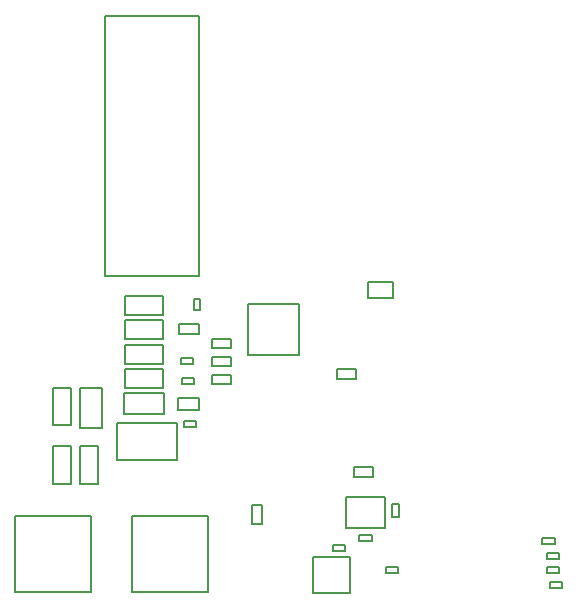
<source format=gbr>
G04*
G04 #@! TF.GenerationSoftware,Altium Limited,Altium Designer,24.1.2 (44)*
G04*
G04 Layer_Color=8388736*
%FSLAX25Y25*%
%MOIN*%
G70*
G04*
G04 #@! TF.SameCoordinates,59DD8EBB-DCD7-4209-94D2-A0ED0100978B*
G04*
G04*
G04 #@! TF.FilePolarity,Positive*
G04*
G01*
G75*
%ADD11C,0.00787*%
D11*
X34611Y-348980D02*
Y-336775D01*
X54690D01*
Y-348980D02*
Y-336775D01*
X34611Y-348980D02*
X54690D01*
X178033Y-380001D02*
X181970D01*
Y-381970D02*
Y-380001D01*
X178033Y-381970D02*
X181970D01*
X178033D02*
Y-380001D01*
X180493Y-377150D02*
Y-374985D01*
X176359D02*
X180493D01*
X176359Y-377150D02*
Y-374985D01*
Y-377150D02*
X180493D01*
X124271Y-386694D02*
X128208D01*
X124271D02*
Y-384726D01*
X128208D01*
Y-386694D02*
Y-384726D01*
X178820Y-389726D02*
X182757D01*
Y-391694D02*
Y-389726D01*
X178820Y-391694D02*
X182757D01*
X178820D02*
Y-389726D01*
X178033Y-386694D02*
X181970D01*
X178033D02*
Y-384726D01*
X181970D01*
Y-386694D02*
Y-384726D01*
X110452Y-379466D02*
Y-377497D01*
X106515D02*
X110452D01*
X106515Y-379466D02*
Y-377497D01*
Y-379466D02*
X110452D01*
X99988Y-393478D02*
Y-381274D01*
Y-393478D02*
X112192D01*
Y-381274D01*
X99988D02*
X112192D01*
X118281Y-294965D02*
Y-289650D01*
Y-294965D02*
X126549D01*
Y-289650D01*
X118281D02*
X126549D01*
X39665Y-393051D02*
Y-367657D01*
Y-393051D02*
X65059D01*
Y-367657D01*
X39665D02*
X65059D01*
X550Y-393051D02*
Y-367657D01*
Y-393051D02*
X25944D01*
Y-367657D01*
X550D02*
X25944D01*
X61795Y-307101D02*
Y-303557D01*
X55102D02*
X61795D01*
X55102Y-307101D02*
Y-303557D01*
Y-307101D02*
X61795D01*
X57038Y-338153D02*
Y-336185D01*
Y-338153D02*
X60975D01*
Y-336185D01*
X57038D02*
X60975D01*
X60134Y-295231D02*
X62102D01*
X60134Y-299168D02*
Y-295231D01*
Y-299168D02*
X62102D01*
Y-295231D01*
X126316Y-367905D02*
X128482D01*
Y-363772D01*
X126316D02*
X128482D01*
X126316Y-367905D02*
Y-363772D01*
X119442Y-376127D02*
Y-373961D01*
X115308D02*
X119442D01*
X115308Y-376127D02*
Y-373961D01*
Y-376127D02*
X119442D01*
X123915Y-371569D02*
Y-361333D01*
X110923D02*
X123915D01*
X110923Y-371569D02*
Y-361333D01*
Y-371569D02*
X123915D01*
X72577Y-311766D02*
Y-308617D01*
X66277D02*
X72577D01*
X66277Y-311766D02*
Y-308617D01*
Y-311766D02*
X72577D01*
X72577Y-317819D02*
Y-314669D01*
X66277D02*
X72577D01*
X66277Y-317819D02*
Y-314669D01*
Y-317819D02*
X72577D01*
X72577Y-323732D02*
Y-320583D01*
X66277D02*
X72577D01*
X66277Y-323732D02*
Y-320583D01*
Y-323732D02*
X72577D01*
X79684Y-363950D02*
X82833D01*
X79684Y-370249D02*
Y-363950D01*
Y-370249D02*
X82833D01*
Y-363950D01*
X78286Y-314184D02*
X95270D01*
X78286D02*
Y-297199D01*
X95270D01*
Y-314184D02*
Y-297199D01*
X107900Y-321948D02*
Y-318799D01*
Y-321948D02*
X114199D01*
Y-318799D01*
X107900D02*
X114199D01*
X113674Y-354618D02*
Y-351469D01*
Y-354618D02*
X119973D01*
Y-351469D01*
X113674D02*
X119973D01*
X30631Y-287571D02*
X61930D01*
Y-200956D01*
X30631D02*
X61930D01*
X30631Y-287571D02*
Y-200956D01*
X37304Y-300545D02*
X49902D01*
X37304D02*
Y-294246D01*
X49902D01*
Y-300545D02*
Y-294246D01*
X37277Y-316908D02*
X49876D01*
X37277D02*
Y-310609D01*
X49876D01*
Y-316908D02*
Y-310609D01*
X37277Y-325101D02*
X49876D01*
X37277D02*
Y-318801D01*
X49876D01*
Y-325101D02*
Y-318801D01*
X56012Y-315099D02*
X59949D01*
Y-317068D02*
Y-315099D01*
X56012Y-317068D02*
X59949D01*
X56012D02*
Y-315099D01*
X54819Y-328318D02*
X61905D01*
Y-332255D02*
Y-328318D01*
X54819Y-332255D02*
X61905D01*
X54819D02*
Y-328318D01*
X49876Y-308682D02*
Y-302383D01*
X37277D02*
X49876D01*
X37277Y-308682D02*
Y-302383D01*
Y-308682D02*
X49876D01*
X50269Y-333681D02*
Y-326595D01*
X36883D02*
X50269D01*
X36883Y-333681D02*
Y-326595D01*
Y-333681D02*
X50269D01*
X56394Y-323832D02*
Y-321863D01*
Y-323832D02*
X60331D01*
Y-321863D01*
X56394D02*
X60331D01*
X13097Y-337503D02*
X19397D01*
Y-324905D01*
X13097D02*
X19397D01*
X13097Y-337503D02*
Y-324905D01*
X22097Y-344338D02*
X28396D01*
X22097Y-356936D02*
Y-344338D01*
Y-356936D02*
X28396D01*
Y-344338D01*
X13097Y-344530D02*
X19397D01*
X13097Y-357128D02*
Y-344530D01*
Y-357128D02*
X19397D01*
Y-344530D01*
X22400Y-338320D02*
X29487D01*
Y-324934D01*
X22400D02*
X29487D01*
X22400Y-338320D02*
Y-324934D01*
M02*

</source>
